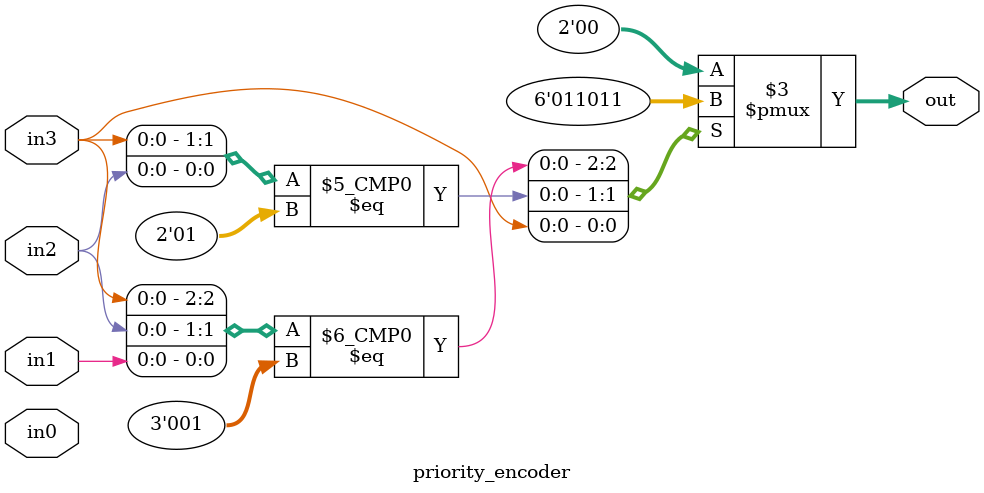
<source format=v>
module priority_encoder (
    output reg [1:0] out,
    input in0,
    input in1,
    input in2,
    input in3
);

always @(*) begin
    casex ({in3, in2, in1, in0})
        4'b0001: out = 2'b00;  
        4'b001x: out = 2'b01;
        4'b01xx: out = 2'b10;  
        4'b1xxx: out = 2'b11; 
        default: out = 2'b00;
    endcase
end

endmodule

</source>
